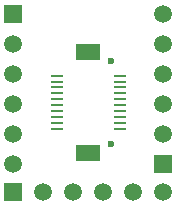
<source format=gbs>
%FSLAX25Y25*%
%MOIN*%
G70*
G01*
G75*
%ADD13R,0.05905X0.05905*%
%ADD14C,0.05905*%
%ADD15R,0.05905X0.05905*%
%ADD16C,0.02362*%
%ADD17R,0.08268X0.05512*%
%ADD18R,0.03937X0.00984*%
D13*
X653500Y179000D02*
D03*
X603500Y229000D02*
D03*
D14*
X653500Y189000D02*
D03*
Y199000D02*
D03*
Y209000D02*
D03*
Y219000D02*
D03*
Y229000D02*
D03*
X603500Y219000D02*
D03*
Y209000D02*
D03*
Y199000D02*
D03*
Y189000D02*
D03*
Y179000D02*
D03*
X613500Y169500D02*
D03*
X623500D02*
D03*
X633500D02*
D03*
X643500D02*
D03*
X653500D02*
D03*
D15*
X603500D02*
D03*
D16*
X636047Y185736D02*
D03*
Y213295D02*
D03*
D17*
X628567Y182658D02*
D03*
Y216374D02*
D03*
D18*
X639000Y208374D02*
D03*
Y206405D02*
D03*
Y204437D02*
D03*
Y202468D02*
D03*
Y200500D02*
D03*
Y198531D02*
D03*
Y196563D02*
D03*
Y194595D02*
D03*
Y192626D02*
D03*
Y190657D02*
D03*
X618134D02*
D03*
Y192626D02*
D03*
Y194595D02*
D03*
Y196563D02*
D03*
Y198531D02*
D03*
Y200500D02*
D03*
Y202468D02*
D03*
Y204437D02*
D03*
Y206405D02*
D03*
Y208374D02*
D03*
M02*

</source>
